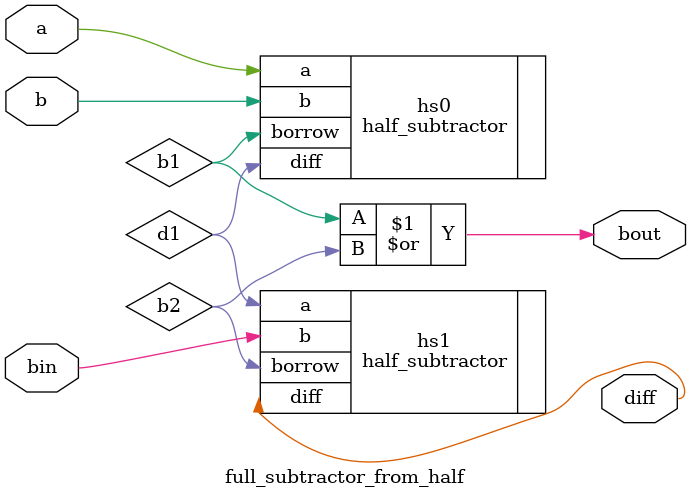
<source format=v>
module full_subtractor_from_half (
    input  wire a,
    input  wire b,
    input  wire bin,
    output wire diff,
    output wire bout
);
    wire d1;
    wire b1;
    wire b2;

    half_subtractor hs0 (
        .a      (a),
        .b      (b),
        .diff   (d1),
        .borrow (b1)
    );

    half_subtractor hs1 (
        .a      (d1),
        .b      (bin),
        .diff   (diff),
        .borrow (b2)
    );

    assign bout = b1 | b2;
endmodule

</source>
